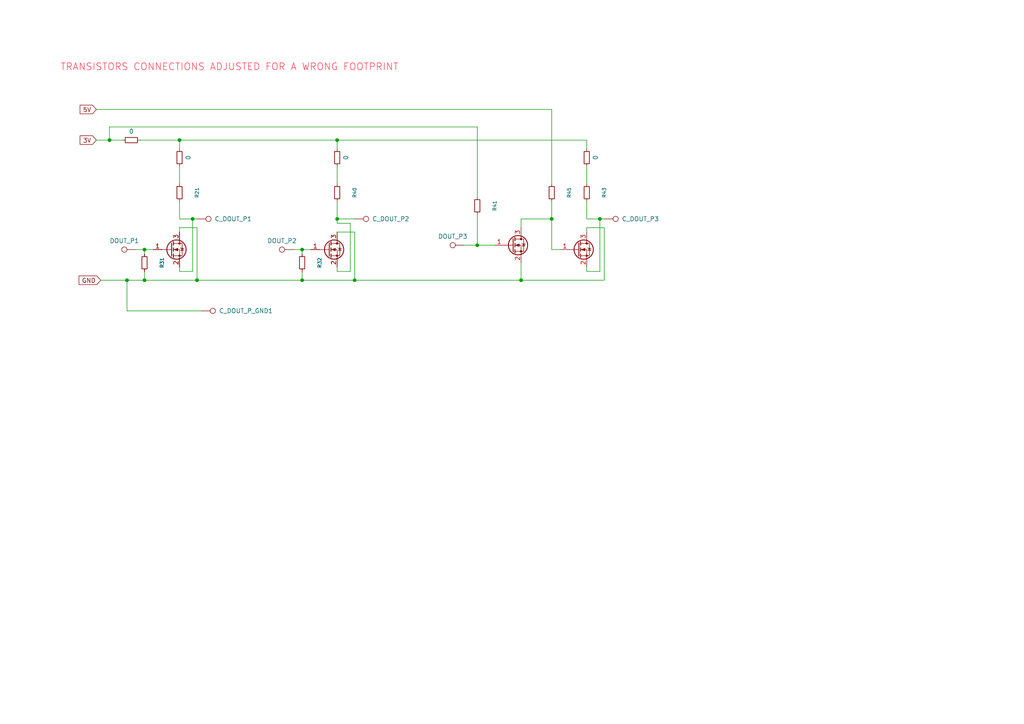
<source format=kicad_sch>
(kicad_sch (version 20250114) (generator "eeschema") (generator_version "9.0")
  (paper "A4")
  (lib_symbols
    (symbol "Connector:TestPoint" (pin_numbers (hide yes)) (pin_names (offset 0.762) (hide yes))
      (property "Reference" "TP" (at 0 6.858 0))
      (property "Value" "TestPoint" (at 0 5.08 0))
      (symbol "TestPoint_0_1"
        (circle (center 0 3.302) (radius 0.762))
      )
      (symbol "TestPoint_1_1"
        (pin passive line (at 0 0 90) (length 2.54) (name "1") (number "1"))
      )
    )
    (symbol "Device:R_Small" (pin_numbers (hide yes)) (pin_names (offset 0.254) (hide yes))
      (property "Reference" "R" (at 0 0 90))
      (property "Value" "R_Small" (at 1.778 0 90))
      (symbol "R_Small_0_1"
        (rectangle (start -0.762 1.778) (end 0.762 -1.778) (stroke (width 0.2032)))
      )
      (symbol "R_Small_1_1"
        (pin passive line (at 0 2.54 270) (length 0.762) (name "~") (number "1"))
        (pin passive line (at 0 -2.54 90) (length 0.762) (name "~") (number "2"))
      )
    )
    (symbol "Transistor_FET:2N7002K" (pin_names (hide yes))
      (property "Reference" "Q" (at 5.08 1.905 0))
      (property "Value" "2N7002K" (at 5.08 0 0))
      (symbol "2N7002K_0_1"
        (polyline (pts (xy 0.254 1.905) (xy 0.254 -1.905)) (stroke (width 0.254)))
        (polyline (pts (xy 0.254 0) (xy -2.54 0)))
        (polyline (pts (xy 0.762 2.286) (xy 0.762 1.27)) (stroke (width 0.254)))
        (polyline (pts (xy 0.762 0.508) (xy 0.762 -0.508)) (stroke (width 0.254)))
        (polyline (pts (xy 0.762 -1.27) (xy 0.762 -2.286)) (stroke (width 0.254)))
        (polyline (pts (xy 0.762 -1.778) (xy 3.302 -1.778) (xy 3.302 1.778) (xy 0.762 1.778)))
        (polyline (pts (xy 1.016 0) (xy 2.032 0.381) (xy 2.032 -0.381) (xy 1.016 0)) (fill (type outline)))
        (circle (center 1.651 0) (radius 2.794) (stroke (width 0.254)))
        (polyline (pts (xy 2.54 2.54) (xy 2.54 1.778)))
        (circle (center 2.54 1.778) (radius 0.254) (fill (type outline)))
        (circle (center 2.54 -1.778) (radius 0.254) (fill (type outline)))
        (polyline (pts (xy 2.54 -2.54) (xy 2.54 0) (xy 0.762 0)))
        (polyline (pts (xy 2.794 0.508) (xy 2.921 0.381) (xy 3.683 0.381) (xy 3.81 0.254)))
        (polyline (pts (xy 3.302 0.381) (xy 2.921 -0.254) (xy 3.683 -0.254) (xy 3.302 0.381)))
      )
      (symbol "2N7002K_1_1"
        (pin input line (at -5.08 0 0) (length 2.54) (name "G") (number "1"))
        (pin passive line (at 2.54 5.08 270) (length 2.54) (name "D") (number "3"))
        (pin passive line (at 2.54 -5.08 90) (length 2.54) (name "S") (number "2"))
      )
    )
  )
  (text "TRANSISTORS CONNECTIONS ADJUSTED FOR A WRONG FOOTPRINT" (at 66.548 19.558 0) (effects (font (size 2 2))))
  (junction (at 173.99 63.5))
  (junction (at 97.79 40.64))
  (junction (at 31.75 40.64))
  (junction (at 102.87 81.28))
  (junction (at 87.63 72.39))
  (junction (at 97.79 63.5))
  (junction (at 160.02 63.5))
  (junction (at 55.88 63.5))
  (junction (at 41.91 72.39))
  (junction (at 41.91 81.28))
  (junction (at 57.15 81.28))
  (junction (at 151.13 81.28))
  (junction (at 87.63 81.28))
  (junction (at 36.83 81.28))
  (junction (at 52.07 40.64))
  (junction (at 138.43 71.12))
  (wire (pts (xy 151.13 66.04) (xy 151.13 63.5)))
  (wire (pts (xy 97.79 67.31) (xy 102.87 67.31)))
  (wire (pts (xy 97.79 78.74) (xy 101.6 78.74)))
  (wire (pts (xy 151.13 63.5) (xy 160.02 63.5)))
  (wire (pts (xy 52.07 63.5) (xy 55.88 63.5)))
  (wire (pts (xy 170.18 66.04) (xy 175.26 66.04)))
  (wire (pts (xy 138.43 62.23) (xy 138.43 71.12)))
  (wire (pts (xy 40.64 40.64) (xy 52.07 40.64)))
  (wire (pts (xy 101.6 64.77) (xy 101.6 78.74)))
  (wire (pts (xy 102.87 67.31) (xy 102.87 81.28)))
  (wire (pts (xy 102.87 81.28) (xy 151.13 81.28)))
  (wire (pts (xy 160.02 58.42) (xy 160.02 63.5)))
  (wire (pts (xy 31.75 36.83) (xy 31.75 40.64)))
  (wire (pts (xy 57.15 81.28) (xy 87.63 81.28)))
  (wire (pts (xy 170.18 48.26) (xy 170.18 53.34)))
  (wire (pts (xy 87.63 72.39) (xy 87.63 73.66)))
  (wire (pts (xy 55.88 63.5) (xy 57.15 63.5)))
  (wire (pts (xy 170.18 58.42) (xy 170.18 63.5)))
  (wire (pts (xy 160.02 72.39) (xy 162.56 72.39)))
  (wire (pts (xy 97.79 48.26) (xy 97.79 53.34)))
  (wire (pts (xy 97.79 58.42) (xy 97.79 63.5)))
  (wire (pts (xy 57.15 66.04) (xy 57.15 81.28)))
  (wire (pts (xy 170.18 78.74) (xy 173.99 78.74)))
  (wire (pts (xy 97.79 40.64) (xy 97.79 43.18)))
  (wire (pts (xy 138.43 71.12) (xy 143.51 71.12)))
  (wire (pts (xy 39.37 72.39) (xy 41.91 72.39)))
  (wire (pts (xy 134.62 71.12) (xy 138.43 71.12)))
  (wire (pts (xy 101.6 64.77) (xy 97.79 64.77)))
  (wire (pts (xy 36.83 81.28) (xy 41.91 81.28)))
  (wire (pts (xy 160.02 53.34) (xy 160.02 31.75)))
  (wire (pts (xy 151.13 76.2) (xy 151.13 81.28)))
  (wire (pts (xy 58.42 90.17) (xy 36.83 90.17)))
  (wire (pts (xy 173.99 78.74) (xy 173.99 63.5)))
  (wire (pts (xy 52.07 48.26) (xy 52.07 53.34)))
  (wire (pts (xy 170.18 63.5) (xy 173.99 63.5)))
  (wire (pts (xy 52.07 77.47) (xy 52.07 78.74)))
  (wire (pts (xy 27.94 40.64) (xy 31.75 40.64)))
  (wire (pts (xy 31.75 40.64) (xy 35.56 40.64)))
  (wire (pts (xy 151.13 81.28) (xy 175.26 81.28)))
  (wire (pts (xy 85.09 72.39) (xy 87.63 72.39)))
  (wire (pts (xy 52.07 66.04) (xy 57.15 66.04)))
  (wire (pts (xy 29.21 81.28) (xy 36.83 81.28)))
  (wire (pts (xy 52.07 67.31) (xy 52.07 66.04)))
  (wire (pts (xy 87.63 72.39) (xy 90.17 72.39)))
  (wire (pts (xy 41.91 81.28) (xy 57.15 81.28)))
  (wire (pts (xy 97.79 63.5) (xy 97.79 64.77)))
  (wire (pts (xy 173.99 63.5) (xy 175.26 63.5)))
  (wire (pts (xy 41.91 72.39) (xy 41.91 73.66)))
  (wire (pts (xy 170.18 40.64) (xy 170.18 43.18)))
  (wire (pts (xy 52.07 40.64) (xy 97.79 40.64)))
  (wire (pts (xy 52.07 58.42) (xy 52.07 63.5)))
  (wire (pts (xy 170.18 67.31) (xy 170.18 66.04)))
  (wire (pts (xy 97.79 77.47) (xy 97.79 78.74)))
  (wire (pts (xy 138.43 57.15) (xy 138.43 36.83)))
  (wire (pts (xy 52.07 40.64) (xy 52.07 43.18)))
  (wire (pts (xy 97.79 63.5) (xy 102.87 63.5)))
  (wire (pts (xy 87.63 78.74) (xy 87.63 81.28)))
  (wire (pts (xy 27.94 31.75) (xy 160.02 31.75)))
  (wire (pts (xy 138.43 36.83) (xy 31.75 36.83)))
  (wire (pts (xy 170.18 77.47) (xy 170.18 78.74)))
  (wire (pts (xy 175.26 66.04) (xy 175.26 81.28)))
  (wire (pts (xy 160.02 63.5) (xy 160.02 72.39)))
  (wire (pts (xy 97.79 40.64) (xy 170.18 40.64)))
  (wire (pts (xy 41.91 78.74) (xy 41.91 81.28)))
  (wire (pts (xy 41.91 72.39) (xy 44.45 72.39)))
  (wire (pts (xy 87.63 81.28) (xy 102.87 81.28)))
  (wire (pts (xy 55.88 78.74) (xy 55.88 63.5)))
  (wire (pts (xy 52.07 78.74) (xy 55.88 78.74)))
  (wire (pts (xy 36.83 90.17) (xy 36.83 81.28)))
  (global_label "GND" (shape input) (at 29.21 81.28 180) (property "Intersheetrefs" "${INTERSHEET_REFS}" (effects (hide yes))))
  (global_label "5V" (shape input) (at 27.94 31.75 180) (property "Intersheetrefs" "${INTERSHEET_REFS}" (effects (hide yes))))
  (global_label "3V" (shape input) (at 27.94 40.64 180) (property "Intersheetrefs" "${INTERSHEET_REFS}" (effects (hide yes))))
  (symbol (lib_id "Transistor_FET:2N7002K") (at 95.25 72.39 0) (unit 1)
    (property "Reference" "Q12" (effects (hide yes)))
    (property "Value" "35N06" (effects (hide yes)))
    (property "Footprint" "Package_TO_SOT_SMD:TO-252-2" (effects (hide yes)))
    (property "Datasheet" "https://www.diodes.com/assets/Datasheets/ds30896.pdf" (effects (hide yes)))
    (property "Description" "0.38A Id, 60V Vds, N-Channel MOSFET, SOT-23" (effects (hide yes)))
  )
  (symbol (lib_id "Device:R_Small") (at 97.79 55.88 180) (unit 1)
    (property "Reference" "R40" (at 102.87 55.88 90) (effects (font (size 1.016 1.016))))
    (property "Value" "R_Small" (effects (hide yes)))
    (property "Footprint" "Resistor_SMD:R_1206_3216Metric_Pad1.30x1.75mm_HandSolder" (effects (hide yes)))
    (property "Description" "Resistor, small symbol" (effects (hide yes)))
  )
  (symbol (lib_id "Device:R_Small") (at 160.02 55.88 180) (unit 1)
    (property "Reference" "R45" (at 165.1 55.88 90) (effects (font (size 1.016 1.016))))
    (property "Value" "R_Small" (effects (hide yes)))
    (property "Footprint" "Resistor_SMD:R_1206_3216Metric_Pad1.30x1.75mm_HandSolder" (effects (hide yes)))
    (property "Description" "Resistor, small symbol" (effects (hide yes)))
  )
  (symbol (lib_id "Device:R_Small") (at 41.91 76.2 180) (unit 1)
    (property "Reference" "R31" (at 46.99 76.2 90) (effects (font (size 1.016 1.016))))
    (property "Value" "R_Small" (effects (hide yes)))
    (property "Footprint" "Resistor_SMD:R_1206_3216Metric_Pad1.30x1.75mm_HandSolder" (effects (hide yes)))
    (property "Description" "Resistor, small symbol" (effects (hide yes)))
  )
  (symbol (lib_id "Device:R_Small") (at 170.18 55.88 180) (unit 1)
    (property "Reference" "R43" (at 175.26 55.88 90) (effects (font (size 1.016 1.016))))
    (property "Value" "R_Small" (effects (hide yes)))
    (property "Footprint" "Resistor_SMD:R_1206_3216Metric_Pad1.30x1.75mm_HandSolder" (effects (hide yes)))
    (property "Description" "Resistor, small symbol" (effects (hide yes)))
  )
  (symbol (lib_id "Transistor_FET:2N7002K") (at 49.53 72.39 0) (unit 1)
    (property "Reference" "Q6" (effects (hide yes)))
    (property "Value" "35N06" (effects (hide yes)))
    (property "Footprint" "Package_TO_SOT_SMD:TO-252-2" (effects (hide yes)))
    (property "Datasheet" "https://www.diodes.com/assets/Datasheets/ds30896.pdf" (effects (hide yes)))
    (property "Description" "0.38A Id, 60V Vds, N-Channel MOSFET, SOT-23" (effects (hide yes)))
  )
  (symbol (lib_id "Connector:TestPoint") (at 57.15 63.5 270) (unit 1)
    (property "Reference" "C_DOUT_P1" (at 62.23 63.4999 90) (effects (justify left)))
    (property "Value" "TestPoint" (effects (hide yes)))
    (property "Footprint" "TestPoint:TestPoint_Pad_D2.0mm" (effects (hide yes)))
    (property "Description" "test point" (effects (hide yes)))
  )
  (symbol (lib_id "Device:R_Small") (at 170.18 45.72 180) (unit 1)
    (property "Reference" "R42" (effects (hide yes)))
    (property "Value" "0" (at 172.72 45.72 90))
    (property "Footprint" "Resistor_SMD:R_1206_3216Metric_Pad1.30x1.75mm_HandSolder" (effects (hide yes)))
    (property "Description" "Resistor, small symbol" (effects (hide yes)))
  )
  (symbol (lib_id "Transistor_FET:2N7002K") (at 167.64 72.39 0) (unit 1)
    (property "Reference" "Q13" (effects (hide yes)))
    (property "Value" "35N06" (effects (hide yes)))
    (property "Footprint" "Package_TO_SOT_SMD:TO-252-2" (effects (hide yes)))
    (property "Datasheet" "https://www.diodes.com/assets/Datasheets/ds30896.pdf" (effects (hide yes)))
    (property "Description" "0.38A Id, 60V Vds, N-Channel MOSFET, SOT-23" (effects (hide yes)))
  )
  (symbol (lib_id "Connector:TestPoint") (at 134.62 71.12 90) (unit 1)
    (property "Reference" "DOUT_P3" (at 131.318 68.58 90))
    (property "Value" "TestPoint" (effects (hide yes)))
    (property "Footprint" "TestPoint:TestPoint_Pad_2.0x2.0mm" (effects (hide yes)))
    (property "Description" "test point" (effects (hide yes)))
  )
  (symbol (lib_id "Device:R_Small") (at 52.07 55.88 180) (unit 1)
    (property "Reference" "R21" (at 57.15 55.88 90) (effects (font (size 1.016 1.016))))
    (property "Value" "R_Small" (effects (hide yes)))
    (property "Footprint" "Resistor_SMD:R_1206_3216Metric_Pad1.30x1.75mm_HandSolder" (effects (hide yes)))
    (property "Description" "Resistor, small symbol" (effects (hide yes)))
  )
  (symbol (lib_id "Transistor_FET:2N7002K") (at 148.59 71.12 0) (unit 1)
    (property "Reference" "Q14" (effects (hide yes)))
    (property "Value" "2N7002K" (effects (hide yes)))
    (property "Footprint" "Package_TO_SOT_SMD:SOT-23-3" (effects (hide yes)))
    (property "Datasheet" "https://www.diodes.com/assets/Datasheets/ds30896.pdf" (effects (hide yes)))
    (property "Description" "0.38A Id, 60V Vds, N-Channel MOSFET, SOT-23" (effects (hide yes)))
  )
  (symbol (lib_id "Device:R_Small") (at 138.43 59.69 180) (unit 1)
    (property "Reference" "R41" (at 143.51 59.69 90) (effects (font (size 1.016 1.016))))
    (property "Value" "R_Small" (effects (hide yes)))
    (property "Footprint" "Resistor_SMD:R_1206_3216Metric_Pad1.30x1.75mm_HandSolder" (effects (hide yes)))
    (property "Description" "Resistor, small symbol" (effects (hide yes)))
  )
  (symbol (lib_id "Device:R_Small") (at 97.79 45.72 180) (unit 1)
    (property "Reference" "R37" (effects (hide yes)))
    (property "Value" "0" (at 100.33 45.72 90))
    (property "Footprint" "Resistor_SMD:R_1206_3216Metric_Pad1.30x1.75mm_HandSolder" (effects (hide yes)))
    (property "Description" "Resistor, small symbol" (effects (hide yes)))
  )
  (symbol (lib_id "Device:R_Small") (at 52.07 45.72 180) (unit 1)
    (property "Reference" "R22" (effects (hide yes)))
    (property "Value" "0" (at 54.61 45.72 90))
    (property "Footprint" "Resistor_SMD:R_1206_3216Metric_Pad1.30x1.75mm_HandSolder" (effects (hide yes)))
    (property "Description" "Resistor, small symbol" (effects (hide yes)))
  )
  (symbol (lib_id "Connector:TestPoint") (at 58.42 90.17 270) (unit 1)
    (property "Reference" "C_DOUT_P_GND1" (at 63.5 90.1699 90) (effects (justify left)))
    (property "Value" "TestPoint" (effects (hide yes)))
    (property "Footprint" "TestPoint:TestPoint_Pad_D2.0mm" (effects (hide yes)))
    (property "Description" "test point" (effects (hide yes)))
  )
  (symbol (lib_id "Device:R_Small") (at 38.1 40.64 270) (unit 1)
    (property "Reference" "R44" (effects (hide yes)))
    (property "Value" "0" (at 38.1 38.1 90))
    (property "Footprint" "Resistor_SMD:R_1206_3216Metric_Pad1.30x1.75mm_HandSolder" (effects (hide yes)))
    (property "Description" "Resistor, small symbol" (effects (hide yes)))
  )
  (symbol (lib_id "Connector:TestPoint") (at 175.26 63.5 270) (unit 1)
    (property "Reference" "C_DOUT_P3" (at 180.34 63.4999 90) (effects (justify left)))
    (property "Value" "TestPoint" (effects (hide yes)))
    (property "Footprint" "TestPoint:TestPoint_Pad_D2.0mm" (effects (hide yes)))
    (property "Description" "test point" (effects (hide yes)))
  )
  (symbol (lib_id "Device:R_Small") (at 87.63 76.2 180) (unit 1)
    (property "Reference" "R32" (at 92.71 76.2 90) (effects (font (size 1.016 1.016))))
    (property "Value" "R_Small" (effects (hide yes)))
    (property "Footprint" "Resistor_SMD:R_1206_3216Metric_Pad1.30x1.75mm_HandSolder" (effects (hide yes)))
    (property "Description" "Resistor, small symbol" (effects (hide yes)))
  )
  (symbol (lib_id "Connector:TestPoint") (at 85.09 72.39 90) (unit 1)
    (property "Reference" "DOUT_P2" (at 81.788 69.85 90))
    (property "Value" "TestPoint" (effects (hide yes)))
    (property "Footprint" "TestPoint:TestPoint_Pad_2.0x2.0mm" (effects (hide yes)))
    (property "Description" "test point" (effects (hide yes)))
  )
  (symbol (lib_id "Connector:TestPoint") (at 102.87 63.5 270) (unit 1)
    (property "Reference" "C_DOUT_P2" (at 107.95 63.4999 90) (effects (justify left)))
    (property "Value" "TestPoint" (effects (hide yes)))
    (property "Footprint" "TestPoint:TestPoint_Pad_D2.0mm" (effects (hide yes)))
    (property "Description" "test point" (effects (hide yes)))
  )
  (symbol (lib_id "Connector:TestPoint") (at 39.37 72.39 90) (unit 1)
    (property "Reference" "DOUT_P1" (at 36.068 69.85 90))
    (property "Value" "TestPoint" (effects (hide yes)))
    (property "Footprint" "TestPoint:TestPoint_Pad_2.0x2.0mm" (effects (hide yes)))
    (property "Description" "test point" (effects (hide yes)))
  )
)
</source>
